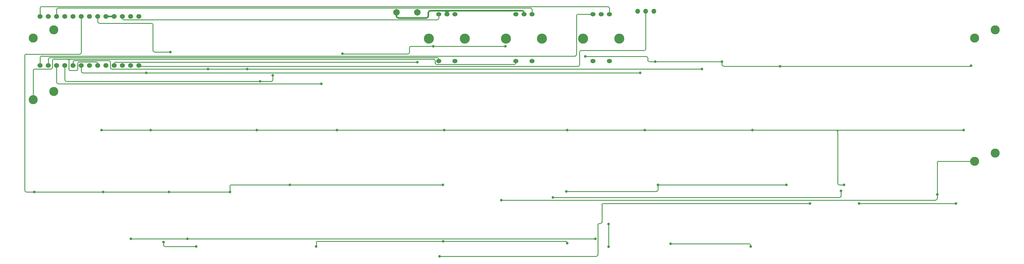
<source format=gbr>
G04 #@! TF.GenerationSoftware,KiCad,Pcbnew,(6.0.11-0)*
G04 #@! TF.CreationDate,2023-10-02T19:13:40+09:00*
G04 #@! TF.ProjectId,clavis,636c6176-6973-42e6-9b69-6361645f7063,rev?*
G04 #@! TF.SameCoordinates,Original*
G04 #@! TF.FileFunction,Copper,L1,Top*
G04 #@! TF.FilePolarity,Positive*
%FSLAX46Y46*%
G04 Gerber Fmt 4.6, Leading zero omitted, Abs format (unit mm)*
G04 Created by KiCad (PCBNEW (6.0.11-0)) date 2023-10-02 19:13:40*
%MOMM*%
%LPD*%
G01*
G04 APERTURE LIST*
G04 #@! TA.AperFunction,ComponentPad*
%ADD10C,2.800000*%
G04 #@! TD*
G04 #@! TA.AperFunction,ComponentPad*
%ADD11O,1.500000X1.500000*%
G04 #@! TD*
G04 #@! TA.AperFunction,ComponentPad*
%ADD12O,1.600000X1.300000*%
G04 #@! TD*
G04 #@! TA.AperFunction,ComponentPad*
%ADD13C,3.100000*%
G04 #@! TD*
G04 #@! TA.AperFunction,ComponentPad*
%ADD14C,2.000000*%
G04 #@! TD*
G04 #@! TA.AperFunction,ComponentPad*
%ADD15C,1.524000*%
G04 #@! TD*
G04 #@! TA.AperFunction,ViaPad*
%ADD16C,0.800000*%
G04 #@! TD*
G04 #@! TA.AperFunction,Conductor*
%ADD17C,0.250000*%
G04 #@! TD*
G04 #@! TA.AperFunction,Conductor*
%ADD18C,0.500000*%
G04 #@! TD*
G04 APERTURE END LIST*
D10*
X22383800Y-47466200D03*
X28733800Y-44926200D03*
X312896300Y-66516200D03*
X319246300Y-63976200D03*
X22383800Y-28416200D03*
X28733800Y-25876200D03*
D11*
X211364000Y-20140200D03*
X213864000Y-20140200D03*
X208864000Y-20140200D03*
D12*
X200143800Y-21075000D03*
X195143800Y-21075000D03*
X197643800Y-21075000D03*
D13*
X203193800Y-28575000D03*
X192093800Y-28575000D03*
D12*
X200143800Y-35575000D03*
X195143800Y-35575000D03*
X152518800Y-21075000D03*
X147518800Y-21075000D03*
X150018800Y-21075000D03*
D13*
X144468800Y-28575000D03*
X155568800Y-28575000D03*
D12*
X152518800Y-35575000D03*
X147518800Y-35575000D03*
D10*
X312896300Y-28416200D03*
X319246300Y-25876200D03*
D14*
X140958100Y-20488700D03*
X134458100Y-20488700D03*
D15*
X52464000Y-21721500D03*
X49924000Y-21721500D03*
X47384000Y-21721500D03*
X44844000Y-21721500D03*
X42304000Y-21721500D03*
X39764000Y-21721500D03*
X37224000Y-21721500D03*
X34684000Y-21721500D03*
X32144000Y-21721500D03*
X29604000Y-21721500D03*
X27064000Y-21721500D03*
X24524000Y-21721500D03*
X24524000Y-36941500D03*
X27064000Y-36941500D03*
X29604000Y-36941500D03*
X32144000Y-36941500D03*
X34684000Y-36941500D03*
X37224000Y-36941500D03*
X39764000Y-36941500D03*
X42304000Y-36941500D03*
X44844000Y-36941500D03*
X47384000Y-36941500D03*
X49924000Y-36941500D03*
X52464000Y-36941500D03*
X55004000Y-36941500D03*
X55004000Y-21721500D03*
D12*
X176331300Y-21075000D03*
X171331300Y-21075000D03*
X173831300Y-21075000D03*
D13*
X168281300Y-28575000D03*
X179381300Y-28575000D03*
D12*
X176331300Y-35575000D03*
X171331300Y-35575000D03*
D16*
X117770968Y-33283614D03*
X214312500Y-35718750D03*
X192726714Y-34130000D03*
X311740041Y-37017984D03*
X64699110Y-32730774D03*
X252873429Y-37149392D03*
X234924814Y-35713818D03*
X145844448Y-30992373D03*
X168135969Y-30992373D03*
X149177408Y-56934379D03*
X116072073Y-56924025D03*
X211118512Y-56926008D03*
X244255540Y-56922696D03*
X43477378Y-56892234D03*
X309468603Y-56916066D03*
X58619151Y-56907671D03*
X187134069Y-56933134D03*
X91393387Y-56916420D03*
X272607380Y-73818700D03*
X186908171Y-75832703D03*
X101552739Y-73824753D03*
X44009784Y-76045706D03*
X64335271Y-76055318D03*
X83051879Y-76054452D03*
X215180800Y-73838138D03*
X148809400Y-73817387D03*
X254832476Y-73813331D03*
X22685966Y-76063009D03*
X148884592Y-91267400D03*
X277206500Y-79582500D03*
X187139320Y-91878081D03*
X243755800Y-92866800D03*
X109683609Y-92868750D03*
X72637985Y-92866800D03*
X62563208Y-91547713D03*
X219070640Y-92068500D03*
X307158400Y-79582500D03*
X199933824Y-85943982D03*
X199959517Y-92957933D03*
X195861799Y-90524800D03*
X69991473Y-90524800D03*
X52530129Y-90527974D03*
X209693800Y-39162090D03*
X57293800Y-39204000D03*
X228734271Y-38008467D03*
X76343800Y-38028700D03*
X88411881Y-38020100D03*
X262081300Y-79557999D03*
X92360600Y-41837500D03*
X96315900Y-40001972D03*
X147781300Y-95951100D03*
X271606300Y-75716307D03*
X111268800Y-42562700D03*
X182772815Y-77757315D03*
X301336500Y-76818069D03*
X166831300Y-78530000D03*
X140958100Y-35855873D03*
D17*
X252873429Y-37149392D02*
X252891671Y-37131150D01*
X252891671Y-37131150D02*
X311626875Y-37131150D01*
X214312500Y-35718750D02*
X234919882Y-35718750D01*
X138025990Y-33331201D02*
X117818555Y-33331201D01*
X192726714Y-34130000D02*
X211536948Y-34130000D01*
X168135969Y-30992373D02*
X145844448Y-30992373D01*
X234924814Y-35713818D02*
X234924814Y-36690030D01*
X138485414Y-31451733D02*
X138485409Y-32871783D01*
X42304000Y-23403840D02*
X42304000Y-21721500D01*
X59336100Y-32271939D02*
X59336100Y-24322721D01*
X235384176Y-37149392D02*
X252873429Y-37149392D01*
X212456095Y-35718750D02*
X214312500Y-35718750D01*
X64699110Y-32730774D02*
X59794935Y-32730774D01*
X211996613Y-34589647D02*
X211996638Y-35259310D01*
X58876779Y-23863400D02*
X42763560Y-23863400D01*
X145844448Y-30992373D02*
X138944774Y-30992373D01*
X59336026Y-32271939D02*
G75*
G03*
X59794935Y-32730774I458874J39D01*
G01*
X42304000Y-23403840D02*
G75*
G03*
X42763560Y-23863400I459600J40D01*
G01*
X138025990Y-33331209D02*
G75*
G03*
X138485409Y-32871783I10J459409D01*
G01*
X234924850Y-35713818D02*
G75*
G02*
X234919882Y-35718750I-4950J18D01*
G01*
X235384176Y-37149386D02*
G75*
G02*
X234924814Y-36690030I24J459386D01*
G01*
X58876779Y-23863400D02*
G75*
G02*
X59336100Y-24322721I21J-459300D01*
G01*
X138485473Y-31451733D02*
G75*
G02*
X138944774Y-30992373I459327J33D01*
G01*
X212456095Y-35718762D02*
G75*
G02*
X211996638Y-35259310I5J459462D01*
G01*
X211996600Y-34589647D02*
G75*
G03*
X211536948Y-34130000I-459700J-53D01*
G01*
X311740050Y-37017984D02*
G75*
G02*
X311626875Y-37131150I-113150J-16D01*
G01*
X117770999Y-33283614D02*
G75*
G03*
X117818555Y-33331201I47601J14D01*
G01*
X91393387Y-56916420D02*
X64409878Y-56916420D01*
X149177408Y-56934379D02*
X121599992Y-56934379D01*
X64393547Y-56907671D02*
X58619151Y-56907671D01*
X121581970Y-56924025D02*
X116072073Y-56924025D01*
X211118512Y-56926008D02*
X187141195Y-56926008D01*
X270618900Y-73358930D02*
X270618900Y-57449486D01*
X58619151Y-56907671D02*
X43492815Y-56907671D01*
X272607380Y-73818700D02*
X271078670Y-73818700D01*
X154968038Y-56933935D02*
X154967594Y-56934379D01*
X91400992Y-56924025D02*
X116072073Y-56924025D01*
X91393387Y-56916420D02*
X91400992Y-56924025D01*
X121590980Y-56933035D02*
X121581970Y-56924025D01*
X271073501Y-56916066D02*
X309468603Y-56916066D01*
X187141195Y-56926008D02*
X187134069Y-56933134D01*
X187134069Y-56933134D02*
X187132893Y-56934310D01*
X253021619Y-56917776D02*
X253016699Y-56922696D01*
X270085480Y-56916066D02*
X271073501Y-56916066D01*
X270085480Y-56916066D02*
X253032868Y-56916066D01*
X253016699Y-56922696D02*
X244255540Y-56922696D01*
X64401714Y-56915838D02*
X64393547Y-56907671D01*
X187132893Y-56934310D02*
X154968308Y-56934310D01*
X244255540Y-56922696D02*
X211121824Y-56922696D01*
X154967594Y-56934379D02*
X149177408Y-56934379D01*
X121590980Y-56933030D02*
G75*
G02*
X121599992Y-56934380I-3280J-52670D01*
G01*
X43477429Y-56892234D02*
G75*
G03*
X43492815Y-56907671I15471J34D01*
G01*
X211118543Y-56926008D02*
G75*
G02*
X211122777Y-56921743I4257J8D01*
G01*
X211118496Y-56926008D02*
G75*
G02*
X211121824Y-56922696I3304J8D01*
G01*
X64401714Y-56915841D02*
G75*
G02*
X64409878Y-56916420I2786J-18559D01*
G01*
X154968035Y-56933932D02*
G75*
G03*
X154968308Y-56934310I165J-168D01*
G01*
X270085480Y-56916100D02*
G75*
G02*
X270618900Y-57449486I20J-533400D01*
G01*
X270618900Y-73358930D02*
G75*
G03*
X271078670Y-73818700I459800J30D01*
G01*
X271073501Y-56916100D02*
G75*
G03*
X270618900Y-57370667I-1J-454600D01*
G01*
X253021619Y-56917783D02*
G75*
G03*
X253032868Y-56916065I-4319J65983D01*
G01*
X186908171Y-75832703D02*
X186908503Y-75833035D01*
X254832476Y-73813331D02*
X215205607Y-73813331D01*
X69052512Y-76052832D02*
X69050026Y-76055318D01*
X101552739Y-73824753D02*
X83511398Y-73824753D01*
X37224000Y-32944063D02*
X37224000Y-21721500D01*
X64335271Y-76055318D02*
X44019396Y-76055318D01*
X215180771Y-75373554D02*
X215180800Y-73838138D01*
X44009784Y-76045706D02*
X20247195Y-76045706D01*
X83051879Y-76054452D02*
X69055011Y-76054452D01*
X83051879Y-76054452D02*
X83051917Y-74284224D01*
X19788799Y-75587310D02*
X19788799Y-33863511D01*
X20248910Y-33403400D02*
X36764663Y-33403400D01*
X69050026Y-76055318D02*
X64335271Y-76055318D01*
X101552739Y-73824753D02*
X148802034Y-73824753D01*
X186908503Y-75833035D02*
X214721281Y-75833035D01*
X20248910Y-33403399D02*
G75*
G03*
X19788799Y-33863511I-10J-460101D01*
G01*
X37224000Y-32944063D02*
G75*
G02*
X36764663Y-33403400I-459300J-37D01*
G01*
X83051953Y-74284224D02*
G75*
G02*
X83511398Y-73824753I459447J24D01*
G01*
X69052511Y-76052832D02*
G75*
G03*
X69055011Y-76054451I1989J332D01*
G01*
X44009782Y-76045706D02*
G75*
G03*
X44019396Y-76055318I9618J6D01*
G01*
X148809353Y-73817387D02*
G75*
G02*
X148802034Y-73824753I-7353J-13D01*
G01*
X215180735Y-75373554D02*
G75*
G02*
X214721281Y-75833035I-459535J54D01*
G01*
X19788794Y-75587310D02*
G75*
G03*
X20247195Y-76045706I458406J10D01*
G01*
X215180831Y-73838138D02*
G75*
G02*
X215205607Y-73813331I24769J38D01*
G01*
X243755800Y-92866800D02*
X243755800Y-92527993D01*
X219070640Y-92068500D02*
X243296307Y-92068500D01*
X277206500Y-79582500D02*
X307158400Y-79582500D01*
X187139320Y-91878081D02*
X187139315Y-91725767D01*
X109718423Y-92833936D02*
X109683609Y-92868750D01*
X109718423Y-91570439D02*
X109718423Y-92833936D01*
X148884592Y-91267400D02*
X110176309Y-91267400D01*
X63022657Y-92866800D02*
X72637985Y-92866800D01*
X62563208Y-91547713D02*
X62563216Y-92407364D01*
X186680934Y-91267400D02*
X148884592Y-91267400D01*
X186680934Y-91267385D02*
G75*
G02*
X187139315Y-91725767I-34J-458415D01*
G01*
X243755800Y-92527993D02*
G75*
G03*
X243296307Y-92068500I-459500J-7D01*
G01*
X109718374Y-91570418D02*
G75*
G02*
X110176309Y-91267400I460426J-198282D01*
G01*
X63022657Y-92866884D02*
G75*
G02*
X62563216Y-92407364I43J459484D01*
G01*
X199933824Y-85943982D02*
X199933824Y-92932240D01*
X199959517Y-92957876D02*
G75*
G02*
X199933824Y-92932240I-17J25676D01*
G01*
D18*
X150018800Y-21075000D02*
X150018800Y-20954360D01*
X151025893Y-19974800D02*
X173201681Y-19974800D01*
X151025893Y-19974800D02*
X150018800Y-19974800D01*
X143709045Y-22233700D02*
X135088099Y-22233700D01*
X150018800Y-19974800D02*
X149039240Y-19974800D01*
X144338500Y-20604243D02*
X144338500Y-21604245D01*
X134458100Y-21603701D02*
X134458100Y-20488700D01*
X173831300Y-21075000D02*
X173831300Y-20604419D01*
X149039240Y-19974800D02*
X144967943Y-19974800D01*
X150018800Y-21075000D02*
X150018800Y-20981893D01*
X44844000Y-21721500D02*
X47384000Y-21721500D01*
X151025893Y-19974800D02*
G75*
G03*
X150018800Y-20981893I7J-1007100D01*
G01*
X173831300Y-20604419D02*
G75*
G03*
X173201681Y-19974800I-629600J19D01*
G01*
X149039240Y-19974800D02*
G75*
G02*
X150018800Y-20954360I-40J-979600D01*
G01*
X134458100Y-21603701D02*
G75*
G03*
X135088099Y-22233700I630000J1D01*
G01*
X143709045Y-22233700D02*
G75*
G03*
X144338500Y-21604245I-45J629500D01*
G01*
X144338500Y-20604243D02*
G75*
G02*
X144967943Y-19974800I629400J43D01*
G01*
D17*
X210904578Y-32290000D02*
X191446369Y-32290000D01*
X190986806Y-32749563D02*
X190986806Y-36744280D01*
X190526919Y-37204167D02*
X55266667Y-37204167D01*
X211364000Y-20140200D02*
X211364000Y-31830578D01*
X210904578Y-32290000D02*
G75*
G03*
X211364000Y-31830578I22J459400D01*
G01*
X55004033Y-36941500D02*
G75*
G03*
X55266667Y-37204167I262667J0D01*
G01*
X190526919Y-37204206D02*
G75*
G03*
X190986806Y-36744280I-19J459906D01*
G01*
X190986800Y-32749563D02*
G75*
G02*
X191446369Y-32290000I459600J-37D01*
G01*
X33429721Y-35626529D02*
X33429721Y-38222384D01*
X33429721Y-35626529D02*
X33429721Y-35413421D01*
X33904936Y-34938000D02*
X145934903Y-34938000D01*
X27876085Y-38028700D02*
X22843265Y-38028700D01*
X28335352Y-35397372D02*
X28335352Y-37569433D01*
X146393800Y-35396897D02*
X146393800Y-36144748D01*
X22383800Y-38488165D02*
X22383800Y-47466200D01*
X33429712Y-35412778D02*
X33429721Y-35626529D01*
X33904720Y-34937784D02*
X32954116Y-34937784D01*
X36136800Y-38139756D02*
X36136800Y-36303773D01*
X171331300Y-36144632D02*
X171331300Y-35575000D01*
X42304000Y-36941500D02*
X42304000Y-36303643D01*
X32954100Y-34937800D02*
X28794924Y-34937800D01*
X146852952Y-36603900D02*
X170872032Y-36603900D01*
X33665017Y-38457680D02*
X35818876Y-38457680D01*
X36596373Y-35844200D02*
X41844557Y-35844200D01*
X36136780Y-38139756D02*
G75*
G02*
X35818876Y-38457680I-317880J-44D01*
G01*
X33904932Y-34937977D02*
G75*
G02*
X33904721Y-34937784I-32J177D01*
G01*
X146393800Y-35396897D02*
G75*
G03*
X145934903Y-34938000I-458900J-3D01*
G01*
X32954100Y-34937779D02*
G75*
G02*
X33429721Y-35413421I0J-475621D01*
G01*
X42304000Y-36303643D02*
G75*
G03*
X41844557Y-35844200I-459400J43D01*
G01*
X28335300Y-35397372D02*
G75*
G02*
X28794924Y-34937800I459600J-28D01*
G01*
X171331300Y-36144632D02*
G75*
G02*
X170872032Y-36603900I-459300J32D01*
G01*
X36596373Y-35844200D02*
G75*
G03*
X36136800Y-36303773I27J-459600D01*
G01*
X32954122Y-34937800D02*
G75*
G03*
X32954116Y-34937784I-22J0D01*
G01*
X33665017Y-38457679D02*
G75*
G02*
X33429721Y-38222384I-17J235279D01*
G01*
X146852952Y-36603900D02*
G75*
G02*
X146393800Y-36144748I48J459200D01*
G01*
X33429684Y-35412778D02*
G75*
G02*
X33904720Y-34937784I475016J-22D01*
G01*
X27876085Y-38028652D02*
G75*
G03*
X28335352Y-37569433I15J459252D01*
G01*
X22383800Y-38488165D02*
G75*
G02*
X22843265Y-38028700I459500J-35D01*
G01*
X69991281Y-90524992D02*
X52533111Y-90524992D01*
X52533111Y-90524992D02*
X52530129Y-90527974D01*
X69991473Y-90524800D02*
X69991281Y-90524992D01*
X69991473Y-90524800D02*
X195861799Y-90524800D01*
X57293800Y-39204000D02*
X37683294Y-39204000D01*
X209693800Y-39162090D02*
X209653981Y-39162090D01*
X209653981Y-39162090D02*
X209612294Y-39203777D01*
X37224000Y-38744706D02*
X37224000Y-36941500D01*
X209592000Y-39204000D02*
X57293800Y-39204000D01*
X209592000Y-39204001D02*
G75*
G03*
X209612294Y-39203776I9200J85601D01*
G01*
X37224000Y-38744706D02*
G75*
G03*
X37683294Y-39204000I459300J6D01*
G01*
X45704477Y-35388000D02*
X35143789Y-35388000D01*
X76343800Y-38028700D02*
X46624051Y-38028700D01*
X88411881Y-38020100D02*
X76352400Y-38020100D01*
X88411881Y-38020100D02*
X228722638Y-38020100D01*
X34684000Y-35847789D02*
X34684000Y-36941500D01*
X46164384Y-37569033D02*
X46164384Y-35847907D01*
X34684000Y-35847789D02*
G75*
G02*
X35143789Y-35388000I459800J-11D01*
G01*
X45704477Y-35388016D02*
G75*
G02*
X46164384Y-35847907I23J-459884D01*
G01*
X76343800Y-38028700D02*
G75*
G02*
X76352400Y-38020100I8600J0D01*
G01*
X46164300Y-37569033D02*
G75*
G03*
X46624051Y-38028700I459700J33D01*
G01*
X228734200Y-38008467D02*
G75*
G02*
X228722638Y-38020100I-11600J-33D01*
G01*
X197856100Y-85336928D02*
X197856100Y-80042000D01*
X96315900Y-40001972D02*
X96315900Y-41378563D01*
X147781300Y-95951100D02*
X196126134Y-95951100D01*
X197045232Y-85796200D02*
X197396828Y-85796200D01*
X92360600Y-41837500D02*
X32603559Y-41837500D01*
X262056799Y-79582500D02*
X262081300Y-79557999D01*
X198315600Y-79582500D02*
X262056799Y-79582500D01*
X32144000Y-41377941D02*
X32144000Y-36941500D01*
X196586299Y-95490935D02*
X196586299Y-86255133D01*
X95856963Y-41837500D02*
X92360600Y-41837500D01*
X197856100Y-85336928D02*
G75*
G02*
X197396828Y-85796200I-459300J28D01*
G01*
X32144000Y-41377941D02*
G75*
G03*
X32603559Y-41837500I459600J41D01*
G01*
X197045232Y-85796199D02*
G75*
G03*
X196586299Y-86255133I-32J-458901D01*
G01*
X196586300Y-95490935D02*
G75*
G02*
X196126134Y-95951100I-460200J35D01*
G01*
X95856963Y-41837500D02*
G75*
G03*
X96315900Y-41378563I37J458900D01*
G01*
X198315600Y-79582500D02*
G75*
G03*
X197856100Y-80042000I0J-459500D01*
G01*
X271604864Y-77358052D02*
X271604864Y-75717743D01*
X182772815Y-77757315D02*
X271146723Y-77757315D01*
X271604864Y-75717743D02*
X271606300Y-75716307D01*
X111268800Y-42562700D02*
X30063468Y-42562700D01*
X29604000Y-42103232D02*
X29604000Y-36941500D01*
X271604885Y-77358055D02*
G75*
G02*
X271146723Y-77757314I-460085J65455D01*
G01*
X29604000Y-42103232D02*
G75*
G03*
X30063468Y-42562700I459500J32D01*
G01*
X300876619Y-78530000D02*
X166831300Y-78530000D01*
X147518800Y-35575000D02*
X147518800Y-34947401D01*
X301336500Y-76818069D02*
X301336500Y-78070119D01*
X301796173Y-66516200D02*
X312896300Y-66516200D01*
X301336500Y-76818069D02*
X301336500Y-66975873D01*
X27064000Y-36941500D02*
X27064000Y-34947169D01*
X27523169Y-34488000D02*
X147059399Y-34488000D01*
X301796173Y-66516200D02*
G75*
G03*
X301336500Y-66975873I27J-459700D01*
G01*
X147518800Y-34947401D02*
G75*
G03*
X147059399Y-34488000I-459400J1D01*
G01*
X27064000Y-34947169D02*
G75*
G02*
X27523169Y-34488000I459200J-31D01*
G01*
X300876619Y-78530000D02*
G75*
G03*
X301336500Y-78070119I-19J459900D01*
G01*
X50383485Y-22808700D02*
X147059078Y-22808700D01*
X49924000Y-21721500D02*
X49924000Y-22349215D01*
X147518800Y-22348978D02*
X147518800Y-21075000D01*
X147518800Y-22348978D02*
G75*
G02*
X147059078Y-22808700I-459700J-22D01*
G01*
X50383485Y-22808700D02*
G75*
G02*
X49924000Y-22349215I15J459500D01*
G01*
X29604000Y-21721500D02*
X29604000Y-19617836D01*
X30063736Y-19158100D02*
X175872036Y-19158100D01*
X176331300Y-19617364D02*
X176331300Y-21075000D01*
X30063736Y-19158100D02*
G75*
G03*
X29604000Y-19617836I-36J-459700D01*
G01*
X176331300Y-19617364D02*
G75*
G03*
X175872036Y-19158100I-459300J-36D01*
G01*
X189575783Y-34008114D02*
X24983316Y-34008114D01*
X195143800Y-21075000D02*
X190495209Y-21075000D01*
X24524000Y-34467430D02*
X24524000Y-36941500D01*
X190035400Y-21534809D02*
X190035400Y-33548497D01*
X189575783Y-34008100D02*
G75*
G03*
X190035400Y-33548497I17J459600D01*
G01*
X24524014Y-34467430D02*
G75*
G02*
X24983316Y-34008114I459286J30D01*
G01*
X190035400Y-21534809D02*
G75*
G02*
X190495209Y-21075000I459800J9D01*
G01*
X24982454Y-18707900D02*
X199684629Y-18707900D01*
X200143800Y-19167071D02*
X200143800Y-21075000D01*
X24524000Y-21721500D02*
X24524000Y-19166354D01*
X24982454Y-18707900D02*
G75*
G03*
X24524000Y-19166354I46J-458500D01*
G01*
X200143800Y-19167071D02*
G75*
G03*
X199684629Y-18707900I-459200J-29D01*
G01*
X47384000Y-36314643D02*
X47384000Y-36941500D01*
X140956727Y-35854500D02*
X47844143Y-35854500D01*
X47384000Y-36314643D02*
G75*
G02*
X47844143Y-35854500I460100J43D01*
G01*
X140956727Y-35854500D02*
G75*
G02*
X140958100Y-35855873I-27J-1400D01*
G01*
M02*

</source>
